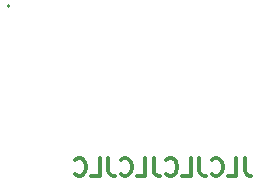
<source format=gbo>
G04 #@! TF.GenerationSoftware,KiCad,Pcbnew,5.0.2+dfsg1-1*
G04 #@! TF.CreationDate,2020-10-18T19:03:35+02:00*
G04 #@! TF.ProjectId,edgedriver,65646765-6472-4697-9665-722e6b696361,rev?*
G04 #@! TF.SameCoordinates,Original*
G04 #@! TF.FileFunction,Legend,Bot*
G04 #@! TF.FilePolarity,Positive*
%FSLAX46Y46*%
G04 Gerber Fmt 4.6, Leading zero omitted, Abs format (unit mm)*
G04 Created by KiCad (PCBNEW 5.0.2+dfsg1-1) date Sun 18 Oct 2020 07:03:35 PM CEST*
%MOMM*%
%LPD*%
G01*
G04 APERTURE LIST*
%ADD10C,0.300000*%
%ADD11C,0.200000*%
G04 APERTURE END LIST*
D10*
X8198571Y11521428D02*
X8198571Y10450000D01*
X8269999Y10235714D01*
X8412857Y10092857D01*
X8627142Y10021428D01*
X8770000Y10021428D01*
X6769999Y10021428D02*
X7484285Y10021428D01*
X7484285Y11521428D01*
X5412857Y10164285D02*
X5484285Y10092857D01*
X5698571Y10021428D01*
X5841428Y10021428D01*
X6055714Y10092857D01*
X6198571Y10235714D01*
X6269999Y10378571D01*
X6341428Y10664285D01*
X6341428Y10878571D01*
X6269999Y11164285D01*
X6198571Y11307142D01*
X6055714Y11450000D01*
X5841428Y11521428D01*
X5698571Y11521428D01*
X5484285Y11450000D01*
X5412857Y11378571D01*
X4341428Y11521428D02*
X4341428Y10450000D01*
X4412857Y10235714D01*
X4555714Y10092857D01*
X4769999Y10021428D01*
X4912857Y10021428D01*
X2912857Y10021428D02*
X3627142Y10021428D01*
X3627142Y11521428D01*
X1555714Y10164285D02*
X1627142Y10092857D01*
X1841428Y10021428D01*
X1984285Y10021428D01*
X2198571Y10092857D01*
X2341428Y10235714D01*
X2412857Y10378571D01*
X2484285Y10664285D01*
X2484285Y10878571D01*
X2412857Y11164285D01*
X2341428Y11307142D01*
X2198571Y11450000D01*
X1984285Y11521428D01*
X1841428Y11521428D01*
X1627142Y11450000D01*
X1555714Y11378571D01*
X484285Y11521428D02*
X484285Y10450000D01*
X555714Y10235714D01*
X698571Y10092857D01*
X912857Y10021428D01*
X1055714Y10021428D01*
X-944285Y10021428D02*
X-230000Y10021428D01*
X-230000Y11521428D01*
X-2301428Y10164285D02*
X-2230000Y10092857D01*
X-2015714Y10021428D01*
X-1872857Y10021428D01*
X-1658571Y10092857D01*
X-1515714Y10235714D01*
X-1444285Y10378571D01*
X-1372857Y10664285D01*
X-1372857Y10878571D01*
X-1444285Y11164285D01*
X-1515714Y11307142D01*
X-1658571Y11450000D01*
X-1872857Y11521428D01*
X-2015714Y11521428D01*
X-2230000Y11450000D01*
X-2301428Y11378571D01*
X-3372857Y11521428D02*
X-3372857Y10450000D01*
X-3301428Y10235714D01*
X-3158571Y10092857D01*
X-2944285Y10021428D01*
X-2801428Y10021428D01*
X-4801428Y10021428D02*
X-4087142Y10021428D01*
X-4087142Y11521428D01*
X-6158571Y10164285D02*
X-6087142Y10092857D01*
X-5872857Y10021428D01*
X-5730000Y10021428D01*
X-5515714Y10092857D01*
X-5372857Y10235714D01*
X-5301428Y10378571D01*
X-5230000Y10664285D01*
X-5230000Y10878571D01*
X-5301428Y11164285D01*
X-5372857Y11307142D01*
X-5515714Y11450000D01*
X-5730000Y11521428D01*
X-5872857Y11521428D01*
X-6087142Y11450000D01*
X-6158571Y11378571D01*
D11*
G04 #@! TO.C,U1*
X-11700000Y24400000D02*
G75*
G03X-11700000Y24400000I-100000J0D01*
G01*
G04 #@! TD*
M02*

</source>
